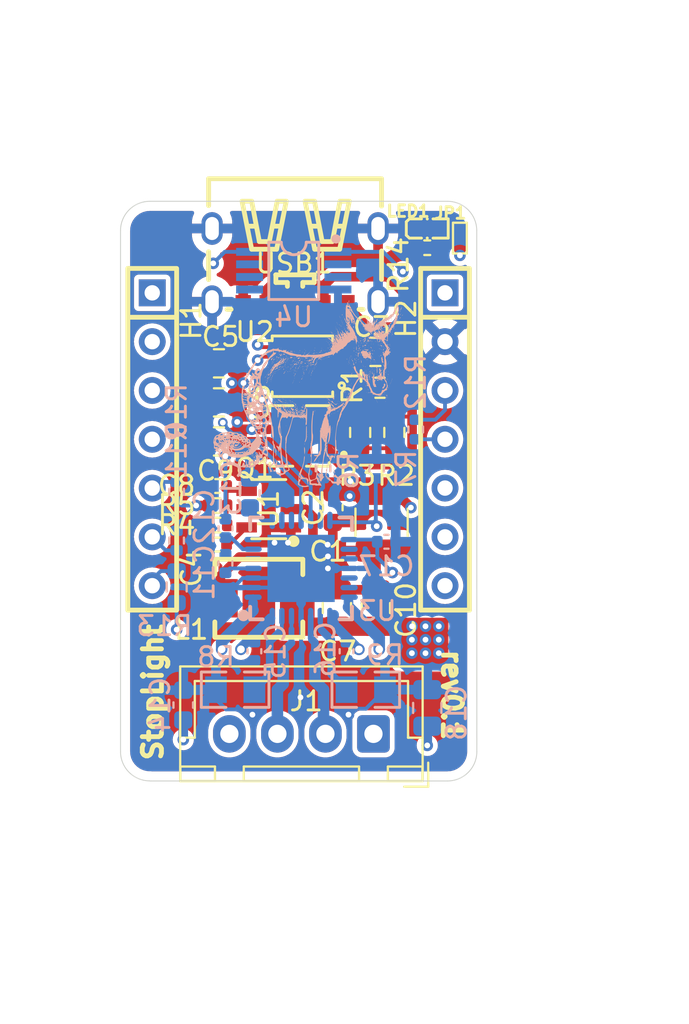
<source format=kicad_pcb>
(kicad_pcb (version 20240108) (generator "pcbnew") (generator_version "8.0")
  (title_block (title "StopLight") (date "2025-03-27") (rev "0.1") (company "Octule"))
  (layers (0 "F.Cu" signal) (1 "In1.Cu" signal) (2 "In2.Cu" signal) (31 "B.Cu" signal) (34 "B.Paste" user) (35 "F.Paste" user) (36 "B.SilkS" user "B.Silkscreen") (37 "F.SilkS" user "F.Silkscreen") (38 "B.Mask" user) (39 "F.Mask" user) (44 "Edge.Cuts" user))
  (net 0 "")
  (net 1 "Net-(U2-VIN)")
  (net 2 "+3V3")
  (net 3 "VM")
  (net 4 "Net-(U3-5VOUT)")
  (net 5 "Net-(U3-CPI)")
  (net 6 "Net-(U3-CPO)")
  (net 7 "Net-(U3-VCP)")
  (net 8 "Net-(U1-SW)")
  (net 9 "Net-(U1-BOOT)")
  (net 10 "Net-(U1-FB)")
  (net 12 "Net-(H1-Pad7)")
  (net 13 "/SCL")
  (net 14 "/INDEX")
  (net 15 "/LED")
  (net 16 "/DIAG")
  (net 17 "/SDA")
  (net 18 "+5V")
  (net 19 "/1-WIRE")
  (net 20 "/TACH")
  (net 21 "/PWM")
  (net 22 "/UART")
  (net 23 "/A2")
  (net 24 "/B1")
  (net 25 "/B2")
  (net 26 "/A1")
  (net 27 "Net-(Q1-S-Pad1)")
  (net 28 "Net-(Q1-G)")
  (net 29 "Net-(U2-GATE)")
  (net 30 "Net-(U3-CLK)")
  (net 31 "Net-(U3-BRB)")
  (net 32 "Net-(U3-BRA)")
  (net 35 "/CC2")
  (net 36 "/CC1")
  (net 50 "GND")
  (net 51 "Net-(LED1-K)")
  (net 52 "Net-(JP1-B)")
  (footprint "stoplight:DFN-10_L3.0-W3.0-P0.50-BL-EP2.5" (layer "F.Cu") (at 150.308 75.1732 90)
    (property "Reference" "U2")
    (property "Value" "HUSB238_002DD")
  )
  (footprint "Resistor_SMD:R_0603_1608Metric" (layer "F.Cu") (at 153.3084 78.6128 90)
    (property "Reference" "R3")
    (property "Value" "5K1")
  )
  (footprint "Capacitor_SMD:C_1210_3225Metric" (layer "F.Cu") (at 154.4228 83.286982 -90)
    (property "Reference" "C1")
    (property "Value" "10uF/25v")
  )
  (footprint "Capacitor_SMD:C_0402_1005Metric" (layer "F.Cu") (at 145.8744 81.4012)
    (property "Reference" "C8")
    (property "Value" "56pF")
  )
  (footprint "Resistor_SMD:R_0402_1005Metric" (layer "F.Cu") (at 145.8744 82.4172 180)
    (property "Reference" "R5")
    (property "Value" "100K@1%")
  )
  (footprint "Jumper:Solder_Jumper_Tight" (layer "F.Cu") (at 158.5 68.5 90)
    (property "Reference" "JP1")
    (property "Value" "SolderJumper_2_Bridged")
  )
  (footprint "Capacitor_SMD:C_0805_2012Metric" (layer "F.Cu") (at 145.9576 77.0497 180)
    (property "Reference" "C6")
    (property "Value" "4.7uF")
  )
  (footprint "Capacitor_SMD:C_0805_2012Metric" (layer "F.Cu") (at 145.9576 75.0177)
    (property "Reference" "C5")
    (property "Value" "4.7uF")
  )
  (footprint "stoplight:SOT-23-6_L2.9-W1.6-P0.95-LS2.8-BL" (layer "F.Cu") (at 148.5484 82.6052 90)
    (property "Reference" "U1")
    (property "Value" "TPS54202DDCR")
  )
  (footprint "Connector_JST:JST_XH_B4B-XH-A_1x04_P2.50mm_Vertical" (layer "F.Cu") (at 154 94.3 180)
    (property "Reference" "J1")
    (property "Value" "Conn_01x04_Socket")
  )
  (footprint "stoplight:HDR-TH_7P-P2.54-V-F_MF254V-11-07-0743" (layer "F.Cu") (at 142.4848 78.968982 -90)
    (property "Reference" "H1")
    (property "Value" "MF254V-11-07-0743")
  )
  (footprint "stoplight:PDFN-8_L3.1-W3.0-P0.65-LS3.3-BL" (layer "F.Cu") (at 150.15 78.78 90)
    (property "Reference" "Q1")
    (property "Value" "DOZ30P03")
  )
  (footprint "stoplight:IND-SMD_L4.5-W4.1_YXMAA0402" (layer "F.Cu") (at 148.0334 87.2432)
    (property "Reference" "L1")
    (property "Value" "MDA4020-100M")
  )
  (footprint "Resistor_SMD:R_0402_1005Metric" (layer "F.Cu") (at 156.8 69)
    (property "Reference" "R14")
    (property "Value" "12R")
  )
  (footprint "Capacitor_SMD:C_0603_1608Metric" (layer "F.Cu") (at 151.8828 82.524982 90)
    (property "Reference" "C2")
    (property "Value" "0.1uF/25v")
  )
  (footprint "Capacitor_SMD:C_0805_2012Metric" (layer "F.Cu") (at 154.1008 74.4198 180)
    (property "Reference" "C3")
    (property "Value" "1uF/50V")
  )
  (footprint "stoplight:LED0402-RD_GREEN" (layer "F.Cu") (at 156.8 68)
    (property "Reference" "LED1")
    (property "Value" "XL-1005UGC")
  )
  (footprint "Resistor_SMD:R_0603_1608Metric" (layer "F.Cu") (at 154.3396 76.2877 180)
    (property "Reference" "R1")
    (property "Value" "10R")
  )
  (footprint "Capacitor_SMD:C_0805_2012Metric" (layer "F.Cu") (at 145.9576 79.0817 180)
    (property "Reference" "C9")
    (property "Value" "4.7uF")
  )
  (footprint "stoplight:HDR-TH_7P-P2.54-V-F_MF254V-11-07-0743" (layer "F.Cu") (at 157.7248 78.968982 -90)
    (property "Reference" "H2")
    (property "Value" "MF254V-11-07-0743")
  )
  (footprint "Capacitor_SMD:C_0402_1005Metric" (layer "F.Cu") (at 145.8744 84.4492 180)
    (property "Reference" "C4")
    (property "Value" "0.1uF")
  )
  (footprint "Resistor_SMD:R_0603_1608Metric" (layer "F.Cu") (at 155.0864 78.6128 -90)
    (property "Reference" "R2")
    (property "Value" "49.9K")
  )
  (footprint "Resistor_SMD:R_0402_1005Metric" (layer "F.Cu") (at 145.8744 83.4332)
    (property "Reference" "R4")
    (property "Value" "22K1@1%")
  )
  (footprint "Capacitor_SMD:C_0805_2012Metric" (layer "F.Cu") (at 152.0974 87.7512 -90)
    (property "Reference" "C7")
    (property "Value" "22uF")
  )
  (footprint "stoplight:TYPE-C-SMD_TYPE-C-6P_5" (layer "F.Cu") (at 149.92 70.03 180)
    (property "Reference" "USB1")
    (property "Value" "TYPE-C 6P(073)")
  )
  (footprint "Capacitor_SMD:C_0805_2012Metric" (layer "F.Cu") (at 154.1294 87.7512 -90)
    (property "Reference" "C10")
    (property "Value" "22uF")
  )
  (footprint "Capacitor_SMD:C_0805_2012Metric" (layer "B.Cu") (at 156.8 92.95 -90)
    (property "Reference" "C18")
    (property "Value" "22uF")
  )
  (footprint "Capacitor_SMD:C_0402_1005Metric" (layer "B.Cu") (at 147.8 90 90)
    (property "Reference" "C15")
    (property "Value" "100nF/50V")
  )
  (footprint "stoplight:R0805" (layer "B.Cu") (at 153.6 92)
    (property "Reference" "R9")
    (property "Value" "1R00")
  )
  (footprint "Resistor_SMD:R_0402_1005Metric" (layer "B.Cu") (at 151.3748 80.4818 -90)
    (property "Reference" "R6")
    (property "Value" "20K")
  )
  (footprint "Capacitor_SMD:C_0402_1005Metric" (layer "B.Cu") (at 154.6768 84.302982)
    (property "Reference" "C17")
    (property "Value" "100nF/50V")
  )
  (footprint "Capacitor_SMD:C_0402_1005Metric" (layer "B.Cu") (at 146.2948 85.4348 90)
    (property "Reference" "C11")
    (property "Value" "22nF/50V")
  )
  (footprint "Capacitor_SMD:C_0603_1608Metric" (layer "B.Cu") (at 144.1 92.8 -90)
    (property "Reference" "C14")
    (property "Value" "1uF/50V")
  )
  (footprint "Resistor_SMD:R_0402_1005Metric" (layer "B.Cu") (at 156.2008 78.460982 -90)
    (property "Reference" "R12")
    (property "Value" "4K7")
  )
  (footprint "Resistor_SMD:R_0402_1005Metric" (layer "B.Cu") (at 154.1688 80.492982 -90)
    (property "Reference" "R7")
    (property "Value" "20K")
  )
  (footprint "Resistor_SMD:R_0402_1005Metric" (layer "B.Cu") (at 143.7548 84.238982 -90)
    (property "Reference" "R11")
    (property "Value" "2K2")
  )
  (footprint "Resistor_SMD:R_0603_1608Metric" (layer "B.Cu") (at 143.7548 86.651982 90)
    (property "Reference" "R13")
    (property "Value" "1K")
  )
  (footprint "stoplight:MSOP-8_L3.0-W3.0-P0.65-LS4.9-BL" (layer "B.Cu") (at 149.8508 70.1948 -90)
    (property "Reference" "U4")
    (property "Value" "DS18B20U")
  )
  (footprint "stoplight:R0805" (layer "B.Cu") (at 146.8 92 180)
    (property "Reference" "R8")
    (property "Value" "1R00")
  )
  (footprint "LOGO" (layer "B.Cu") (at 150.6 76.6 180)
    (property "Reference" "G***" (hide yes))
    (property "Value" "LOGO" (hide yes))
  )
  (footprint "Capacitor_SMD:C_0402_1005Metric" (layer "B.Cu") (at 146.2948 83.6048 90)
    (property "Reference" "C12")
    (property "Value" "100nF/50V")
  )
  (footprint "Resistor_SMD:R_0402_1005Metric" (layer "B.Cu") (at 143.7548 81.698982 90)
    (property "Reference" "R10")
    (property "Value" "2K2")
  )
  (footprint "stoplight:QFN-28_L5.0-W5.0-P0.50-BL-EP" (layer "B.Cu") (at 150.2318 85.6888 90)
    (property "Reference" "U3")
    (property "Value" "TMC2209-LA-T")
  )
  (footprint "Capacitor_SMD:C_0603_1608Metric" (layer "B.Cu") (at 147.5648 81.762982 90)
    (property "Reference" "C13")
    (property "Value" "4.7uF")
  )
  (footprint "Capacitor_SMD:C_0402_1005Metric" (layer "B.Cu") (at 152.6 90 90)
    (property "Reference" "C16")
    (property "Value" "100nF/50V")
  )
  (gr_line (start 142.3578 66.584613) (end 157.8518 66.584613) (stroke (width 0.05)) (layer "Edge.Cuts"))
  (gr_line (start 159.381082 95.222369) (end 159.3758 68.108613) (stroke (width 0.05)) (layer "Edge.Cuts"))
  (gr_arc (start 159.381082 95.222369) (mid 158.933166 96.303735) (end 157.8518 96.751651) (stroke (width 0.05)) (layer "Edge.Cuts"))
  (gr_line (start 140.8338 95.222369) (end 140.8338 68.108613) (stroke (width 0.05)) (layer "Edge.Cuts"))
  (gr_arc (start 140.8338 68.108613) (mid 141.280158 67.030962) (end 142.3578 66.584613) (stroke (width 0.05)) (layer "Edge.Cuts"))
  (gr_arc (start 142.3578 96.746369) (mid 141.280169 96.3) (end 140.8338 95.222369) (stroke (width 0.05)) (layer "Edge.Cuts"))
  (gr_line (start 157.8518 96.751651) (end 142.3578 96.751651) (stroke (width 0.05)) (layer "Edge.Cuts"))
  (gr_arc (start 157.8518 66.584613) (mid 158.92942 67.030984) (end 159.3758 68.108613) (stroke (width 0.05)) (layer "Edge.Cuts"))
  (gr_text "StopLight" (at 143.1 95.8 90) (layer "F.SilkS") (effects (font (size 1 1) (thickness 0.25) (bold yes)) (justify left bottom)))
  (gr_text "rev0.1" (at 157.5 89.8 -90) (layer "F.SilkS") (effects (font (size 1 1) (thickness 0.25) (bold yes)) (justify left bottom)))
  (segment (start 151.718 76.1732) (end 153.4001 76.1732) (width 0.2) (layer "F.Cu") (net 1))
  (segment (start 153.4001 76.1732) (end 153.5146 76.2877) (width 0.2) (layer "F.Cu") (net 1))
  (segment (start 153.5146 75.774782) (end 153.5146 76.2877) (width 0.4) (layer "F.Cu") (net 1))
  (segment (start 153.1508 75.410982) (end 153.5146 75.774782) (width 0.4) (layer "F.Cu") (net 1))
  (segment (start 153.1508 74.4198) (end 153.1508 75.410982) (width 0.4) (layer "F.Cu") (net 1))
  (segment (start 153.5146 76.2877) (end 153.2606 76.0337) (width 0.2) (layer "F.Cu") (net 1))
  (segment (start 145.3644 82.4172) (end 144.771624 82.4172) (width 0.5) (layer "F.Cu") (net 2))
  (segment (start 145.3944 82.3872) (end 145.3644 82.4172) (width 0.2) (layer "F.Cu") (net 2))
  (segment (start 145.3944 81.4012) (end 145.3944 82.3872) (width 0.2) (layer "F.Cu") (net 2))
  (segment (start 149.3936 87.883) (end 150.0334 87.2432) (width 0.5) (layer "F.Cu") (net 2))
  (segment (start 158.5 69.4) (end 158.5 69.05) (width 0.2) (layer "F.Cu") (net 2))
  (via (at 157.4 89.4) (size 0.6) (drill 0.3) (layers "F.Cu" "B.Cu") (net 2))
  (via (at 156 89.4) (size 0.6) (drill 0.3) (layers "F.Cu" "B.Cu") (net 2))
  (via (at 144.771624 82.4172) (size 0.6) (drill 0.3) (layers "F.Cu" "B.Cu") (net 2))
  (via (at 145.6598 69.8138) (size 0.6) (drill 0.3) (layers "F.Cu" "B.Cu") (net 2))
  (via (at 156.7088 89.4) (size 0.6) (drill 0.3) (layers "F.Cu" "B.Cu") (net 2))
  (via (at 154.988869 85.906075) (size 0.6) (drill 0.3) (layers "F.Cu" "B.Cu") (net 2))
  (via (at 156 90.1) (size 0.6) (drill 0.3) (layers "F.Cu" "B.Cu") (net 2))
  (via (at 157.4 88.7) (size 0.6) (drill 0.3) (layers "F.Cu" "B.Cu") (net 2))
  (via (at 156.01 88.7012) (size 0.6) (drill 0.3) (layers "F.Cu" "B.Cu") (net 2))
  (via (at 158.5 69.4) (size 0.6) (drill 0.3) (layers "F.Cu" "B.Cu") (net 2))
  (via (at 156.7088 90.1012) (size 0.6) (drill 0.3) (layers "F.Cu" "B.Cu") (net 2))
  (via (at 157.4 90.1) (size 0.6) (drill 0.3) (layers "F.Cu" "B.Cu") (net 2))
  (via (at 156.7088 88.7012) (size 0.6) (drill 0.3) (layers "F.Cu" "B.Cu") (net 2))
  (segment (start 154.1968 85.114006) (end 154.1968 84.302982) (width 0.2) (layer "B.Cu") (net 2))
  (segment (start 147.5508 69.2148) (end 146.2588 69.2148) (width 0.2) (layer "B.Cu") (net 2))
  (segment (start 143.7548 83.434024) (end 143.7548 83.728982) (width 0.2) (layer "B.Cu") (net 2))
  (segment (start 154.1968 84.302982) (end 154.082618 84.1888) (width 0.2) (layer "B.Cu") (net 2))
  (segment (start 144.771624 82.4172) (end 144.039218 82.4172) (width 0.2) (layer "B.Cu") (net 2))
  (segment (start 154.082618 84.1888) (end 152.7318 84.1888) (width 0.2) (layer "B.Cu") (net 2))
  (segment (start 146.2588 69.2148) (end 145.6598 69.8138) (width 0.2) (layer "B.Cu") (net 2))
  (segment (start 157.2188 77.950982) (end 157.7248 77.444982) (width 0.2) (layer "B.Cu") (net 2))
  (segment (start 144.771624 82.4172) (end 143.7548 83.434024) (width 0.2) (layer "B.Cu") (net 2))
  (segment (start 156.2008 77.950982) (end 157.2188 77.950982) (width 0.2) (layer "B.Cu") (net 2))
  (segment (start 157.7248 77.444982) (end 157.7248 76.428982) (width 0.2) (layer "B.Cu") (net 2))
  (segment (start 154.988869 85.906075) (end 154.1968 85.114006) (width 0.2) (layer "B.Cu") (net 2))
  (segment (start 144.039218 82.4172) (end 143.7548 82.132782) (width 0.2) (layer "B.Cu") (net 2))
  (segment (start 152.760639 81.924982) (end 152.859957 81.825664) (width 0.5) (layer "F.Cu") (net 3))
  (segment (start 153.361864 81.825664) (end 153.375546 81.811982) (width 0.2) (layer "F.Cu") (net 3))
  (segment (start 148.55 79.1) (end 147.6664 79.1) (width 0.5) (layer "F.Cu") (net 3))
  (segment (start 148.55 78.45) (end 147.6664 78.45) (width 0.5) (layer "F.Cu") (net 3))
  (segment (start 149.8 79.65) (end 151.275 81.125) (width 0.5) (layer "F.Cu") (net 3))
  (segment (start 146.9076 78.3228) (end 146.9076 78.0688) (width 0.5) (layer "F.Cu") (net 3))
  (segment (start 152.0578 81.924982) (end 151.788018 81.6552) (width 0.5) (layer "F.Cu") (net 3))
  (segment (start 146.9259 79.1) (end 146.9076 79.0817) (width 0.5) (layer "F.Cu") (net 3))
  (segment (start 152.859957 81.825664) (end 153.361864 81.825664) (width 0.5) (layer "F.Cu") (net 3))
  (segment (start 149.8 78.78) (end 149.8 79.65) (width 0.5) (layer "F.Cu") (net 3))
  (segment (start 146.9076 78.0288) (end 146.9076 77.0497) (width 0.5) (layer "F.Cu") (net 3))
  (segment (start 151.788018 81.6552) (end 150.1318 81.6552) (width 0.5) (layer "F.Cu") (net 3))
  (segment (start 153.0518 81.9582) (end 154.276582 81.9582) (width 0.5) (layer "F.Cu") (net 3))
  (segment (start 155.9468 82.524982) (end 155.2338 81.811982) (width 0.5) (layer "F.Cu") (net 3))
  (segment (start 148.55 79.76) (end 147.6664 79.76) (width 0.5) (layer "F.Cu") (net 3))
  (segment (start 147.6664 79.1) (end 146.9259 79.1) (width 0.5) (layer "F.Cu") (net 3))
  (segment (start 147.6664 77.8) (end 147.1364 77.8) (width 0.5) (layer "F.Cu") (net 3))
  (segment (start 147.5859 79.76) (end 146.9076 79.0817) (width 0.5) (layer "F.Cu") (net 3))
  (segment (start 146.9076 76.0368) (end 146.9076 75.0177) (width 0.5) (layer "F.Cu") (net 3))
  (segment (start 147.1364 77.8) (end 146.9076 78.0288) (width 0.5) (layer "F.Cu") (net 3))
  (segment (start 147.6664 78.45) (end 147.0348 78.45) (width 0.5) (layer "F.Cu") (net 3))
  (segment (start 151.35 81.2) (end 155.4 81.2) (width 0.5) (layer "F.Cu") (net 3))
  (segment (start 148.55 77.8) (end 147.6664 77.8) (width 0.5) (layer "F.Cu") (net 3))
  (segment (start 153.375546 81.811982) (end 154.4228 81.811982) (width 0.2) (layer "F.Cu") (net 3))
  (segment (start 154.4228 81.811982) (end 155.2338 81.811982) (width 0.2) (layer "F.Cu") (net 3))
  (segment (start 152.760639 81.924982) (end 152.0578 81.924982) (width 0.5) (layer "F.Cu") (net 3))
  (segment (start 146.2948 79.8468) (end 146.2948 79.6945) (width 0.2) (layer "F.Cu") (net 3))
  (segment (start 146.9076 79.0817) (end 146.9076 78.3228) (width 0.5) (layer "F.Cu") (net 3))
  (segment (start 154.276582 81.9582) (end 154.4228 81.811982) (width 0.5) (layer "F.Cu") (net 3))
  (segment (start 154.110818 81.5) (end 154.4228 81.811982) (width 0.5) (layer "F.Cu") (net 3))
  (segment (start 147.6664 79.76) (end 147.5859 79.76) (width 0.5) (layer "F.Cu") (net 3))
  (segment (start 151.275 81.125) (end 151.65 81.5) (width 0.5) (layer "F.Cu") (net 3))
  (segment (start 146.2948 79.6945) (end 146.9076 79.0817) (width 0.2) (layer "F.Cu") (net 3))
  (segment (start 155.4 81.2) (end 155.45 81.25) (width 0.5) (layer "F.Cu") (net 3))
  (segment (start 146.9076 78.0688) (end 146.9076 76.0368) (width 0.5) (layer "F.Cu") (net 3))
  (segment (start 147.0348 78.45) (end 146.9076 78.3228) (width 0.5) (layer "F.Cu") (net 3))
  (segment (start 151.65 81.5) (end 154.110818 81.5) (width 0.5) (layer "F.Cu") (net 3))
  (segment (start 149.8 81.5536) (end 149.6984 81.6552) (width 0.2) (layer "F.Cu") (net 3))
  (segment (start 151.275 81.125) (end 151.35 81.2) (width 0.5) (layer "F.Cu") (net 3))
  (via (at 153.242473 89.904461) (size 0.6) (drill 0.4) (layers "F.Cu" "B.Cu") (net 3))
  (via (at 156.8 94.9) (size 0.6) (drill 0.3) (layers "F.Cu" "B.Cu") (net 3))
  (via (at 147.234613 76.040153) (size 0.6) (drill 0.3) (layers "F.Cu" "B.Cu") (net 3))
  (via (at 155.9468 82.524982) (size 0.6) (drill 0.3) (layers "F.Cu" "B.Cu") (net 3))
  (via (at 146.625617 76.040153) (size 0.6) (drill 0.3) (layers "F.Cu" "B.Cu") (net 3))
  (via (at 146.9076 78.0688) (size 0.6) (drill 0.3) (layers "F.Cu" "B.Cu") (net 3))
  (via (at 144.1 94.6) (size 0.6) (drill 0.3) (layers "F.Cu" "B.Cu") (net 3))
  (via (at 146.2948 79.8468) (size 0.6) (drill 0.3) (layers "F.Cu" "B.Cu") (net 3))
  (via (at 147.6664 77.8) (size 0.6) (drill 0.3) (layers "F.Cu" "B.Cu") (net 3))
  (via (at 152.760639 81.924982) (size 0.6) (drill 0.3) (layers "F.Cu" "B.Cu") (net 3))
  (via (at 152.8 81.15) (size 0.6) (drill 0.3) (layers "F.Cu" "B.Cu") (net 3))
  (via (at 147.1 89.9) (size 0.6) (drill 0.4) (layers "F.Cu" "B.Cu") (net 3))
  (via (at 147.6664 78.45) (size 0.6) (drill 0.3) (layers "F.Cu" "B.Cu") (net 3))
  (segment (start 153.242473 89.904461) (end 151.95 88.611988) (width 0.5) (layer "B.Cu") (net 3))
  (segment (start 151.95 88.611988) (end 151.95 88.1) (width 0.5) (layer "B.Cu") (net 3))
  (segment (start 147.1 89.9) (end 147.1 89.8206) (width 0.5) (layer "B.Cu") (net 3))
  (segment (start 148.6208 88.1888) (end 148.7318 88.1888) (width 0.2) (layer "B.Cu") (net 3))
  (segment (start 144.1 93.575) (end 144.1 94.6) (width 0.5) (layer "B.Cu") (net 3))
  (segment (start 147.1 89.8206) (end 148.6418 88.2788) (width 0.5) (layer "B.Cu") (net 3))
  (segment (start 156.8 93.9) (end 156.8 94.9) (width 0.5) (layer "B.Cu") (net 3))
  (segment (start 146.2948 79.8468) (end 146.2948 83.1248) (width 0.2) (layer "B.Cu") (net 3))
  (segment (start 148.215618 83.1888) (end 148.7318 83.1888) (width 0.2) (layer "B.Cu") (net 4))
  (segment (start 147.5648 82.537982) (end 148.215618 83.1888) (width 0.2) (layer "B.Cu") (net 4))
  (segment (start 147.7318 85.1888) (end 146.5288 85.1888) (width 0.2) (layer "B.Cu") (net 5))
  (segment (start 146.5288 85.1888) (end 146.2948 84.9548) (width 0.2) (layer "B.Cu") (net 5))
  (segment (start 147.7318 85.6888) (end 146.5208 85.6888) (width 0.2) (layer "B.Cu") (net 6))
  (segment (start 146.5208 85.6888) (end 146.2948 85.9148) (width 0.2) (layer "B.Cu") (net 6))
  (segment (start 146.5958 84.0848) (end 147.1998 84.6888) (width 0.2) (layer "B.Cu") (net 7))
  (segment (start 147.1998 84.6888) (end 147.7318 84.6888) (width 0.2) (layer "B.Cu") (net 7))
  (segment (start 146.2948 84.0848) (end 146.5958 84.0848) (width 0.2) (layer "B.Cu") (net 7))
  (segment (start 150.2 85.1) (end 150.85 84.45) (width 0.5) (layer "F.Cu") (net 8))
  (segment (start 145.3944 84.926582) (end 146.0334 85.565582) (width 0.2) (layer "F.Cu") (net 8))
  (segment (start 146.0334 86.088382) (end 147.021782 85.1) (width 0.5) (layer "F.Cu") (net 8))
  (segment (start 145.3944 84.4492) (end 145.3944 84.926582) (width 0.2) (layer "F.Cu") (net 8))
  (segment (start 150.85 83.0068) (end 150.4484 82.6052) (width 0.5) (layer "F.Cu") (net 8))
  (segment (start 150.85 84.45) (end 150.85 83.0068) (width 0.5) (layer "F.Cu") (net 8))
  (segment (start 147.021782 85.1) (end 150.2 85.1) (width 0.5) (layer "F.Cu") (net 8))
  (segment (start 146.0334 87.2432) (end 146.0334 86.088382) (width 0.5) (layer "F.Cu") (net 8))
  (segment (start 150.4484 82.6052) (end 149.6984 82.6052) (width 0.5) (layer "F.Cu") (net 8))
  (segment (start 146.0334 85.565582) (end 146.0334 87.2432) (width 0.2) (layer "F.Cu") (net 8))
  (segment (start 146.5044 84.4492) (end 147.3984 83.5552) (width 0.2) (layer "F.Cu") (net 9))
  (segment (start 146.3544 84.4492) (end 146.5044 84.4492) (width 0.2) (layer "F.Cu") (net 9))
  (segment (start 146.3544 81.4012) (end 146.3544 81.713458) (width 0.2) (layer "F.Cu") (net 10))
  (segment (start 146.3544 83.4032) (end 146.3844 83.4332) (width 0.2) (layer "F.Cu") (net 10))
  (segment (start 147.3984 81.6552) (end 146.412658 81.6552) (width 0.2) (layer "F.Cu") (net 10))
  (segment (start 146.412658 81.6552) (end 146.3544 81.713458) (width 0.2) (layer "F.Cu") (net 10))
  (segment (start 146.3544 81.713458) (end 146.3544 83.4032) (width 0.2) (layer "F.Cu") (net 10))
  (segment (start 143.7548 85.826982) (end 142.9288 85.826982) (width 0.2) (layer "B.Cu") (net 12))
  (segment (start 142.9288 85.826982) (end 142.1038 86.651982) (width 0.2) (layer "B.Cu") (net 12))
  (segment (start 148.153603 74.6732) (end 147.9712 74.855603) (width 0.2) (layer "F.Cu") (net 13))
  (segment (start 148.898 74.6732) (end 148.153603 74.6732) (width 0.2) (layer "F.Cu") (net 13))
  (via (at 147.9712 74.855603) (size 0.6) (drill 0.3) (layers "F.Cu" "B.Cu") (net 13))
  (segment (start 143.7548 84.748982) (end 143.1848 84.748982) (width 0.2) (layer "B.Cu") (net 13))
  (segment (start 142.1668 84.048982) (end 142.1038 84.111982) (width 0.2) (layer "B.Cu") (net 13))
  (segment (start 143.1848 84.748982) (end 142.4848 84.048982) (width 0.2) (layer "B.Cu") (net 13))
  (segment (start 142.4848 84.048982) (end 142.1668 84.048982) (width 0.2) (layer "B.Cu") (net 13))
  (via (at 148.2 76.9) (size 0.6) (drill 0.3) (layers "F.Cu" "B.Cu") (net 14))
  (segment (start 150.7318 81.406671) (end 150.7318 83.1888) (width 0.2) (layer "B.Cu") (net 14))
  (segment (start 148.3268 77.0268) (end 148.3268 79.001671) (width 0.2) (layer "B.Cu") (net 14))
  (segment (start 148.3268 79.001671) (end 150.7318 81.406671) (width 0.2) (layer "B.Cu") (net 14))
  (segment (start 148.2 76.9) (end 148.3268 77.0268) (width 0.2) (layer "B.Cu") (net 14))
  (via (at 146.158325 78.101838) (size 0.5) (drill 0.3) (layers "F.Cu" "B.Cu") (net 16))
  (segment (start 150.2318 81.472356) (end 150.2318 83.1888) (width 0.2) (layer "B.Cu") (net 16))
  (segment (start 147.417871 79.05) (end 147.809444 79.05) (width 0.2) (layer "B.Cu") (net 16))
  (segment (start 146.3076 78.251113) (end 146.3076 78.317329) (width 0.2) (layer "B.Cu") (net 16))
  (segment (start 147.809444 79.05) (end 150.2318 81.472356) (width 0.2) (layer "B.Cu") (net 16))
  (segment (start 147.036671 78.6688) (end 147.417871 79.05) (width 0.2) (layer "B.Cu") (net 16))
  (segment (start 146.3076 78.317329) (end 146.659071 78.6688) (width 0.2) (layer "B.Cu") (net 16))
  (segment (start 146.158325 78.101838) (end 146.3076 78.251113) (width 0.2) (layer "B.Cu") (net 16))
  (segment (start 146.659071 78.6688) (end 147.036671 78.6688) (width 0.2) (layer "B.Cu") (net 16))
  (segment (start 147.9712 74.0556) (end 148.0888 74.1732) (width 0.2) (layer "F.Cu") (net 17))
  (segment (start 148.0888 74.1732) (end 148.898 74.1732) (width 0.2) (layer "F.Cu") (net 17))
  (via (at 147.9712 74.0556) (size 0.6) (drill 0.3) (layers "F.Cu" "B.Cu") (net 17))
  (segment (start 142.4868 81.188982) (end 142.1038 81.571982) (width 0.2) (layer "B.Cu") (net 17))
  (segment (start 143.7548 81.188982) (end 142.4868 81.188982) (width 0.2) (layer "B.Cu") (net 17))
  (via (at 155.530222 70.24156) (size 0.6) (drill 0.3) (layers "F.Cu" "B.Cu") (net 19))
  (segment (start 154.503462 69.2148) (end 152.1508 69.2148) (width 0.2) (layer "B.Cu") (net 19))
  (segment (start 155.530222 70.24156) (end 154.503462 69.2148) (width 0.2) (layer "B.Cu") (net 19))
  (segment (start 157.7228 78.970982) (end 157.7248 78.968982) (width 0.2) (layer "B.Cu") (net 19))
  (segment (start 156.2008 78.970982) (end 157.7228 78.970982) (width 0.2) (layer "B.Cu") (net 19))
  (via (at 154.16878 83.492983) (size 0.6) (drill 0.3) (layers "F.Cu" "B.Cu") (net 22))
  (via (at 143.7548 88.874982) (size 0.6) (drill 0.3) (layers "F.Cu" "B.Cu") (net 22))
  (segment (start 154.022618 83.286982) (end 151.829982 83.286982) (width 0.2) (layer "B.Cu") (net 22))
  (segment (start 151.829982 83.286982) (end 151.7318 83.1888) (width 0.2) (layer "B.Cu") (net 22))
  (segment (start 154.1208 81.050982) (end 154.1208 83.1888) (width 0.2) (layer "B.Cu") (net 22))
  (segment (start 154.16878 83.492983) (end 154.1208 83.445003) (width 0.2) (layer "B.Cu") (net 22))
  (segment (start 154.1208 83.445003) (end 154.1208 83.1888) (width 0.2) (layer "B.Cu") (net 22))
  (segment (start 154.1208 83.1888) (end 154.022618 83.286982) (width 0.2) (layer "B.Cu") (net 22))
  (segment (start 154.1688 81.002982) (end 154.1208 81.050982) (width 0.2) (layer "B.Cu") (net 22))
  (segment (start 143.7548 88.874982) (end 143.7548 87.476982) (width 0.2) (layer "B.Cu") (net 22))
  (via (at 154.3 89.9) (size 0.6) (drill 0.4) (layers "F.Cu" "B.Cu") (net 23))
  (segment (start 154.3 89.3) (end 152.7 87.7) (width 0.6) (layer "B.Cu") (net 23))
  (segment (start 154.3 89.9) (end 154.3 89.3) (width 0.6) (layer "B.Cu") (net 23))
  (segment (start 152.7 87.7) (end 152.7 87.4) (width 0.5) (layer "B.Cu") (net 23))
  (segment (start 149.730812 88.842716) (end 149.730812 89.560095) (width 0.3) (layer "B.Cu") (net 24))
  (segment (start 149 94) (end 149.081982 94.081982) (width 0.4) (layer "B.Cu") (net 24))
  (segment (start 149.7318 88.1888) (end 149.7318 88.841728) (width 0.2) (layer "B.Cu") (net 24))
  (segment (start 149.3 89.990907) (end 149.3 90.2) (width 0.4) (layer "B.Cu") (net 24))
  (segment (start 149.3 91.7) (end 149 92) (width 0.6) (layer "B.Cu") (net 24))
  (segment (start 149.3 90.2) (end 149.3 91.7) (width 0.6) (layer "B.Cu") (net 24))
  (segment (start 149.730812 89.560095) (end 149.3 89.990907) (width 0.4) (layer "B.Cu") (net 24))
  (segment (start 149 92) (end 149 94) (width 0.6) (layer "B.Cu") (net 24))
  (segment (start 149.7318 88.841728) (end 149.730812 88.842716) (width 0.2) (layer "B.Cu") (net 24))
  (via (at 146.1 89.9) (size 0.6) (drill 0.4) (layers "F.Cu" "B.Cu") (net 25))
  (segment (start 147.7318 87.4668) (end 147.7318 87.1888) (width 0.3) (layer "B.Cu") (net 25))
  (segment (start 146.1 89.5) (end 147.7318 87.8682) (width 0.6) (layer "B.Cu") (net 25))
  (segment (start 146.1 89.9) (end 146.1 89.5) (width 0.6) (layer "B.Cu") (net 25))
  (segment (start 147.7318 87.8682) (end 147.7318 87.4668) (width 0.5) (layer "B.Cu") (net 25))
  (segment (start 150.8 89.4) (end 150.7318 89.3318) (width 0.3) (layer "B.Cu") (net 26))
  (segment (start 150.7318 89.3318) (end 150.7318 88.1888) (width 0.3) (layer "B.Cu") (net 26))
  (segment (start 150.95 89.55) (end 150.95 90.2) (width 0.4) (layer "B.Cu") (net 26))
  (segment (start 150.730812 88.189788) (end 150.7318 88.1888) (width 0.3) (layer "B.Cu") (net 26))
  (segment (start 150.8 89.4) (end 150.95 89.55) (width 0.4) (layer "B.Cu") (net 26))
  (segment (start 151.4 92) (end 151.4 93.9) (width 0.6) (layer "B.Cu") (net 26))
  (segment (start 150.95 90.2) (end 150.95 91.55) (width 0.6) (layer "B.Cu") (net 26))
  (segment (start 150.95 91.55) (end 151.4 92) (width 0.6) (layer "B.Cu") (net 26))
  (segment (start 151.4 93.9) (end 151.5 94) (width 0.4) (layer "B.Cu") (net 26))
  (segment (start 148.42 71.21) (end 148.42 72.06) (width 0.5) (layer "F.Cu") (net 27))
  (segment (start 155.0864 77.7878) (end 155.9876 77.7878) (width 0.2) (layer "F.Cu") (net 27))
  (segment (start 151.8724 70.51) (end 154.738 70.51) (width 0.5) (layer "F.Cu") (net 27))
  (segment (start 151.42 71.51) (end 151.07 71.16) (width 0.2) (layer "F.Cu") (net 27))
  (segment (start 151.42 72.06) (end 151.42 70.9624) (width 0.5) (layer "F.Cu") (net 27))
  (segment (start 152.2778 80.2878) (end 151.75 79.76) (width 0.5) (layer "F.Cu") (net 27))
  (segment (start 156.0114 79.9854) (end 155.709 80.2878) (width 0.5) (layer "F.Cu") (net 27))
  (segment (start 155.9876 77.7878) (end 156.0114 77.764) (width 0.2) (layer "F.Cu") (net 27))
  (segment (start 151.42 70.9624) (end 151.8724 70.51) (width 0.5) (layer "F.Cu") (net 27))
  (segment (start 148.42 71.5901) (end 148.42 72.06) (width 0.2) (layer "F.Cu") (net 27))
  (segment (start 155.1646 76.2877) (end 156.0083 76.2877) (width 0.4) (layer "F.Cu") (net 27))
  (segment (start 151.75 79.76) (end 151.75 78.45) (width 0.5) (layer "F.Cu") (net 27))
  (segment (start 151.07 71.16) (end 148.8501 71.16) (width 0.2) (layer "F.Cu") (net 27))
  (segment (start 151.42 70.9624) (end 148.6676 70.9624) (width 0.5) (layer "F.Cu") (net 27))
  (segment (start 148.6676 70.9624) (end 148.42 71.21) (width 0.5) (layer "F.Cu") (net 27))
  (segment (start 154.738 70.51) (end 156.0114 71.7834) (width 0.5) (layer "F.Cu") (net 27))
  (segment (start 155.709 80.2878) (end 152.2778 80.2878) (width 0.5) (layer "F.Cu") (net 27))
  (segment (start 156.0083 76.2877) (end 156.0114 76.2908) (width 0.2) (layer "F.Cu") (net 27))
  (segment (start 156.0114 71.7834) (end 156.0114 76.2908) (width 0.5) (layer "F.Cu") (net 27))
  (segment (start 156.0114 77.764) (end 156.0114 79.9854) (width 0.5) (layer "F.Cu") (net 27))
  (segment (start 151.42 72.06) (end 151.42 71.51) (width 0.2) (layer "F.Cu") (net 27))
  (segment (start 156.0114 76.2908) (end 156.0114 77.764) (width 0.5) (layer "F.Cu") (net 27))
  (segment (start 151.4784 71.9245) (end 151.6064 72.0525) (width 0.2) (layer "F.Cu") (net 27))
  (segment (start 148.8501 71.16) (end 148.42 71.5901) (width 0.2) (layer "F.Cu") (net 27))
  (segment (start 151.75 77.8) (end 152.3 77.8) (width 0.2) (layer "F.Cu") (net 28))
  (segment (start 152.5334 78.0334) (end 152.5334 78.6628) (width 0.2) (layer "F.Cu") (net 28))
  (segment (start 152.5334 78.6628) (end 153.3084 79.4378) (width 0.2) (layer "F.Cu") (net 28))
  (segment (start 152.3 77.8) (end 152.5334 78.0334) (width 0.2) (layer "F.Cu") (net 28))
  (segment (start 155.0864 79.4378) (end 153.3084 79.4378) (width 0.2) (layer "F.Cu") (net 28))
  (segment (start 153.3084 77.7878) (end 152.457582 76.936982) (width 0.2) (layer "F.Cu") (net 29))
  (segment (start 148.898 76.3632) (end 148.898 76.1732) (width 0.2) (layer "F.Cu") (net 29))
  (segment (start 149.471782 76.936982) (end 148.898 76.3632) (width 0.2) (layer "F.Cu") (net 29))
  (segment (start 152.457582 76.936982) (end 149.471782 76.936982) (width 0.2) (layer "F.Cu") (net 29))
  (segment (start 151.2828 81.577135) (end 151.2828 83.1378) (width 0.2) (layer "B.Cu") (net 30))
  (segment (start 151.3748 81.485135) (end 151.2828 81.577135) (width 0.2) (layer "B.Cu") (net 30))
  (segment (start 151.2828 83.1378) (end 151.2318 83.1888) (width 0.2) (layer "B.Cu") (net 30))
  (segment (start 151.3748 80.9918) (end 151.3748 81.485135) (width 0.2) (layer "B.Cu") (net 30))
  (segment (start 148.6 89.5) (end 148.6 91.2) (width 0.4) (layer "B.Cu") (net 31))
  (segment (start 149.2318 88.1888) (end 149.2318 88.8682) (width 0.2) (layer "B.Cu") (net 31))
  (segment (start 149.2318 88.8682) (end 149.1 89) (width 0.2) (layer "B.Cu") (net 31))
  (segment (start 148.6 91.2) (end 147.8 92) (width 0.4) (layer "B.Cu") (net 31))
  (segment (start 149.1 89) (end 148.6 89.5) (width 0.4) (layer "B.Cu") (net 31))
  (segment (start 151.8 91.2) (end 152.6 92) (width 0.4) (layer "B.Cu") (net 32))
  (segment (start 151.2318 88.1888) (end 151.2318 88.8318) (width 0.2) (layer "B.Cu") (net 32))
  (segment (start 151.3 88.9) (end 151.8 89.4) (width 0.4) (layer "B.Cu") (net 32))
  (segment (start 151.8 89.4) (end 151.8 91.2) (width 0.4) (layer "B.Cu") (net 32))
  (segment (start 151.2318 88.8318) (end 151.3 88.9) (width 0.2) (layer "B.Cu") (net 32))
  (segment (start 149.42 72.5072) (end 150.2728 73.36) (width 0.2) (layer "F.Cu") (net 35))
  (segment (start 151.238 73.36) (end 151.718 73.84) (width 0.2) (layer "F.Cu") (net 35))
  (segment (start 149.42 72.06) (end 149.42 72.5072) (width 0.2) (layer "F.Cu") (net 35))
  (segment (start 150.2728 73.36) (end 151.238 73.36) (width 0.2) (layer "F.Cu") (net 35))
  (segment (start 151.718 73.84) (end 151.718 74.1732) (width 0.2) (layer "F.Cu") (net 35))
  (segment (start 152.3508 74.6036) (end 152.3508 73.8852) (width 0.2) (layer "F.Cu") (net 36))
  (segment (start 152.3508 73.8852) (end 151.4256 72.96) (width 0.2) (layer "F.Cu") (net 36))
  (segment (start 150.42 72.86) (end 150.42 72.06) (width 0.2) (layer "F.Cu") (net 36))
  (segment (start 152.2812 74.6732) (end 152.3508 74.6036) (width 0.2) (layer "F.Cu") (net 36))
  (segment (start 150.52 72.96) (end 150.42 72.86) (width 0.2) (layer "F.Cu") (net 36))
  (segment (start 151.718 74.6732) (end 152.2812 74.6732) (width 0.2) (layer "F.Cu") (net 36))
  (segment (start 151.4256 72.96) (end 150.52 72.96) (width 0.2) (layer "F.Cu") (net 36))
  (segment (start 154.24 73.563782) (end 154.181891 73.621891) (width 0.5) (layer "F.Cu") (net 50))
  (segment (start 154.24 73.126982) (end 154.24 73.563782) (width 0.5) (layer "F.Cu") (net 50))
  (segment (start 155.0508 74.4198) (end 154.9798 74.4198) (width 0.5) (layer "F.Cu") (net 50))
  (segment (start 154.1294 86.8012) (end 154.1294 85.055382) (width 0.5) (layer "F.Cu") (net 50))
  (segment (start 154.1294 85.055382) (end 154.4228 84.761982) (width 0.5) (layer "F.Cu") (net 50))
  (segment (start 154.24 73.126982) (end 155.1848 73.126982) (width 0.5) (layer "F.Cu") (net 50))
  (segment (start 152.62 72.06) (end 152.691 72.06) (width 0.5) (layer "F.Cu") (net 50))
  (segment (start 149.808 75.6732) (end 150.308 75.1732) (width 0.2) (layer "F.Cu") (net 50))
  (segment (start 154.24 71.81) (end 154.24 73.126982) (width 0.5) (layer "F.Cu") (net 50))
  (segment (start 150.308 74.173017) (end 149.428583 73.2936) (width 0.5) (layer "F.Cu") (net 50))
  (segment (start 148.898 75.1732) (end 150.308 75.1732) (width 0.2) (layer "F.Cu") (net 50))
  (segment (start 154.9798 74.4198) (end 154.181891 73.621891) (width 0.5) (layer "F.Cu") (net 50))
  (segment (start 150.308 75.1732) (end 150.308 74.173017) (width 0.5) (layer "F.Cu") (net 50))
  (segment (start 147.8036 73.2936) (end 147.22 72.71) (width 0.5) (layer "F.Cu") (net 50))
  (segment (start 154.181891 73.621891) (end 152.62 72.06) (width 0.5) (layer "F.Cu") (net 50))
  (segment (start 148.898 75.6732) (end 149.808 75.6732) (width 0.2) (layer "F.Cu") (net 50))
  (segment (start 147.22 72.71) (end 147.22 72.06) (width 0.5) (layer "F.Cu") (net 50))
  (segment (start 149.428583 73.2936) (end 147.8036 73.2936) (width 0.5) (layer "F.Cu") (net 50))
  (segment (start 152.87 71.81) (end 152.62 72.06) (width 0.2) (layer "F.Cu") (net 50))
  (segment (start 152.7064 71.9525) (end 152.6784 71.9245) (width 0.2) (layer "F.Cu") (net 50))
  (via (at 151.6288 85.6888) (size 0.6) (drill 0.3) (layers "F.Cu" "B.Cu") (net 50))
  (via (at 150.2 92.4) (size 0.6) (drill 0.3) (layers "F.Cu" "B.Cu") (net 50))
  (via (at 151.613725 84.454177) (size 0.6) (drill 0.3) (layers "F.Cu" "B.Cu") (net 50))
  (via (at 152.7 93.3) (size 0.6) (drill 0.3) (layers "F.Cu" "B.Cu") (net 50))
  (via (at 147.7 93.3) (size 0.6) (drill 0.3) (layers "F.Cu" "B.Cu") (net 50))
  (via (at 148.85 84.35) (size 0.6) (drill 0.3) (layers "F.Cu" "B.Cu") (net 50))
  (via (at 149.55 84.35) (size 0.6) (drill 0.3) (layers "F.Cu" "B.Cu") (net 50))
  (via (at 151.6288 85.064982) (size 0.6) (drill 0.3) (layers "F.Cu" "B.Cu") (net 50))
  (segment (start 151.6288 85.6888) (end 150.8668 85.6888) (width 0.2) (layer "B.Cu") (net 50))
  (segment (start 148.5808 86.1888) (end 149.7318 86.1888) (width 0.2) (layer "B.Cu") (net 50))
  (segment (start 145.8 92.5) (end 145.8 92) (width 0.2) (layer "B.Cu") (net 50))
  (segment (start 150.2318 88.1888) (end 150.2318 90.0682) (width 0.2) (layer "B.Cu") (net 50))
  (segment (start 147.7318 86.1888) (end 147.202982 86.1888) (width 0.2) (layer "B.Cu") (net 50))
  (segment (start 149.7318 86.1888) (end 150.2318 85.6888) (width 0.2) (layer "B.Cu") (net 50))
  (segment (start 147.7318 86.1888) (end 148.5808 86.1888) (width 0.2) (layer "B.Cu") (net 50))
  (segment (start 152.7 93.4) (end 153.11 92.99) (width 0.2) (layer "B.Cu") (net 50))
  (segment (start 152.7318 85.6888) (end 151.6288 85.6888) (width 0.2) (layer "B.Cu") (net 50))
  (segment (start 145.2 92.6) (end 145.2 93.8) (width 0.5) (layer "B.Cu") (net 50))
  (segment (start 150.2318 88.1888) (end 150.2318 85.6888) (width 0.2) (layer "B.Cu") (net 50))
  (segment (start 145.8 92) (end 145.2 92.6) (width 0.5) (layer "B.Cu") (net 50))
  (segment (start 154.6 92) (end 155.4 92.8) (width 0.5) (layer "B.Cu") (net 50))
  (segment (start 153.61 92.99) (end 154.6 92) (width 0.2) (layer "B.Cu") (net 50))
  (segment (start 149.2318 86.6888) (end 150.2318 85.6888) (width 0.2) (layer "B.Cu") (net 50))
  (segment (start 150.8668 85.6888) (end 150.2318 85.6888) (width 0.2) (layer "B.Cu") (net 50))
  (segment (start 147.7318 86.6888) (end 148.5808 86.6888) (width 0.2) (layer "B.Cu") (net 50))
  (segment (start 147.7 93.748654) (end 146.976346 93.025) (width 0.2) (layer "B.Cu") (net 50))
  (segment (start 148.5808 86.6888) (end 149.2318 86.6888) (width 0.2) (layer "B.Cu") (net 50))
  (segment (start 150.2318 90.0682) (end 150.2 90.1) (width 0.2) (layer "B.Cu") (net 50))
  (segment (start 145.2 93.8) (end 145.025 93.975) (width 0.5) (layer "B.Cu") (net 50))
  (segment (start 152.7 93.5) (end 152.7 93.4) (width 0.2) (layer "B.Cu") (net 50))
  (segment (start 147.202982 86.1888) (end 146.8028 86.588982) (width 0.2) (layer "B.Cu") (net 50))
  (segment (start 146.325 93.025) (end 145.8 92.5) (width 0.2) (layer "B.Cu") (net 50))
  (segment (start 146.976346 93.025) (end 146.325 93.025) (width 0.2) (layer "B.Cu") (net 50))
  (segment (start 155.4 92.8) (end 155.4 94.3) (width 0.5) (layer "B.Cu") (net 50))
  (segment (start 153.11 92.99) (end 153.61 92.99) (width 0.2) (layer "B.Cu") (net 50))
  (segment (start 156.26 68) (end 156.26 68.97) (width 0.2) (layer "F.Cu") (net 51))
  (segment (start 156.26 68.97) (end 156.29 69) (width 0.2) (layer "F.Cu") (net 51))
  (segment (start 157.34 68) (end 157.39 67.95) (width 0.2) (layer "F.Cu") (net 52))
  (segment (start 157.39 67.95) (end 158.5 67.95) (width 0.2) (layer "F.Cu") (net 52))
  (zone (net 3) (net_name "VM") (layer "F.Cu") (priority 1) (connect_pads yes (clearance 0.25)) (min_thickness 0.25) (fill yes (thermal_gap 0.5) (thermal_bridge_width 0.5))
    (polygon (pts (xy 149.1634 81.3902) (xy 149.160675 79.816641) (xy 150.326177 79.80962) (xy 151.75 81.55) (xy 149.1634 81.6552)))
  )
  (zone (net 2) (net_name "+3V3") (layer "F.Cu") (priority 5) (connect_pads yes (clearance 0.25)) (min_thickness 0.25) (fill yes (thermal_gap 0.5) (thermal_bridge_width 0.5))
    (polygon (pts (xy 149.1334 88.2432) (xy 150.0334 87.2432) (xy 150.900006 88.245852) (xy 157.904671 88.256369) (xy 157.9 90.8) (xy 155.2 90.8) (xy 155.2 89.2) (xy 149.130972 89.198685)))
  )
  (zone (net 50) (net_name "GND") (layer "F.Cu") (connect_pads (clearance 0.25)) (min_thickness 0.2) (fill yes (thermal_gap 0.5) (thermal_bridge_width 0.5))
    (polygon (pts (xy 137.4048 101.828982) (xy 162.8048 101.828982) (xy 162.8048 61.087382) (xy 137.4048 61.188982)))
  )
  (zone (net 50) (net_name "GND") (layer "B.Cu") (connect_pads (clearance 0.25)) (min_thickness 0.2) (fill yes (thermal_gap 0.5) (thermal_bridge_width 0.5))
    (polygon (pts (xy 134.8648 56.108982) (xy 134.8648 108.788582) (xy 170.4248 109.398182) (xy 170.4248 56.108982)))
  )
)
</source>
